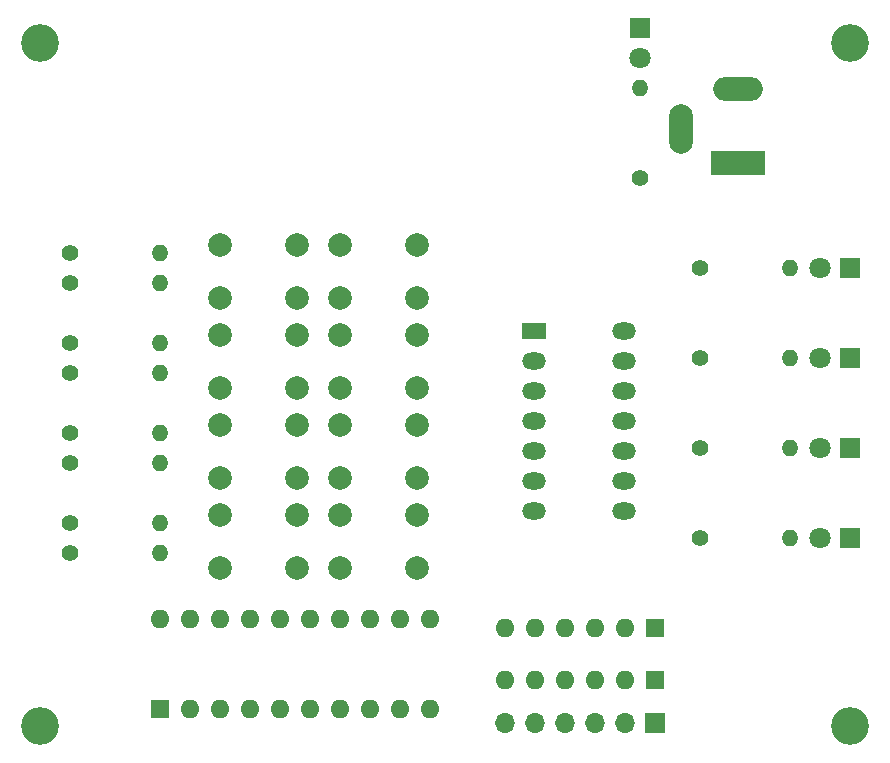
<source format=gts>
G04 #@! TF.GenerationSoftware,KiCad,Pcbnew,8.0.3*
G04 #@! TF.CreationDate,2024-12-06T19:50:04+13:00*
G04 #@! TF.ProjectId,DEC8881_tester,44454338-3838-4315-9f74-65737465722e,rev?*
G04 #@! TF.SameCoordinates,Original*
G04 #@! TF.FileFunction,Soldermask,Top*
G04 #@! TF.FilePolarity,Negative*
%FSLAX46Y46*%
G04 Gerber Fmt 4.6, Leading zero omitted, Abs format (unit mm)*
G04 Created by KiCad (PCBNEW 8.0.3) date 2024-12-06 19:50:04*
%MOMM*%
%LPD*%
G01*
G04 APERTURE LIST*
%ADD10C,1.400000*%
%ADD11O,1.400000X1.400000*%
%ADD12C,2.000000*%
%ADD13R,1.600000X1.600000*%
%ADD14O,1.600000X1.600000*%
%ADD15R,1.800000X1.800000*%
%ADD16C,1.800000*%
%ADD17C,3.200000*%
%ADD18R,2.000000X1.440000*%
%ADD19O,2.000000X1.440000*%
%ADD20R,4.600000X2.000000*%
%ADD21O,4.200000X2.000000*%
%ADD22O,2.000000X4.200000*%
%ADD23R,1.700000X1.700000*%
%ADD24O,1.700000X1.700000*%
G04 APERTURE END LIST*
D10*
X121539000Y-103505000D03*
D11*
X129159000Y-103505000D03*
D12*
X144399000Y-100275000D03*
X150899000Y-100275000D03*
X144399000Y-104775000D03*
X150899000Y-104775000D03*
D10*
X121539000Y-100965000D03*
D11*
X129159000Y-100965000D03*
D10*
X121539000Y-108585000D03*
D11*
X129159000Y-108585000D03*
D12*
X134239000Y-107895000D03*
X140739000Y-107895000D03*
X134239000Y-112395000D03*
X140739000Y-112395000D03*
D13*
X171069000Y-117475000D03*
D14*
X168529000Y-117475000D03*
X165989000Y-117475000D03*
X163449000Y-117475000D03*
X160909000Y-117475000D03*
X158369000Y-117475000D03*
D10*
X121539000Y-93345000D03*
D11*
X129159000Y-93345000D03*
D12*
X134239000Y-85035000D03*
X140739000Y-85035000D03*
X134239000Y-89535000D03*
X140739000Y-89535000D03*
D15*
X187579000Y-86995000D03*
D16*
X185039000Y-86995000D03*
D12*
X144399000Y-92655000D03*
X150899000Y-92655000D03*
X144399000Y-97155000D03*
X150899000Y-97155000D03*
D10*
X121539000Y-88265000D03*
D11*
X129159000Y-88265000D03*
D17*
X118999000Y-125730000D03*
D10*
X174879000Y-102235000D03*
D11*
X182499000Y-102235000D03*
D18*
X160807400Y-92329000D03*
D19*
X160807400Y-94869000D03*
X160807400Y-97409000D03*
X160807400Y-99949000D03*
X160807400Y-102489000D03*
X160807400Y-105029000D03*
X160807400Y-107569000D03*
X168427400Y-107569000D03*
X168427400Y-105029000D03*
X168427400Y-102489000D03*
X168427400Y-99949000D03*
X168427400Y-97409000D03*
X168427400Y-94869000D03*
X168427400Y-92329000D03*
D15*
X187579000Y-109855000D03*
D16*
X185039000Y-109855000D03*
D10*
X174879000Y-109855000D03*
D11*
X182499000Y-109855000D03*
D13*
X171069000Y-121825000D03*
D14*
X168529000Y-121825000D03*
X165989000Y-121825000D03*
X163449000Y-121825000D03*
X160909000Y-121825000D03*
X158369000Y-121825000D03*
D13*
X129159000Y-124333000D03*
D14*
X131699000Y-124333000D03*
X134239000Y-124333000D03*
X136779000Y-124333000D03*
X139319000Y-124333000D03*
X141859000Y-124333000D03*
X144399000Y-124333000D03*
X146939000Y-124333000D03*
X149479000Y-124333000D03*
X152019000Y-124333000D03*
X152019000Y-116713000D03*
X149479000Y-116713000D03*
X146939000Y-116713000D03*
X144399000Y-116713000D03*
X141859000Y-116713000D03*
X139319000Y-116713000D03*
X136779000Y-116713000D03*
X134239000Y-116713000D03*
X131699000Y-116713000D03*
X129159000Y-116713000D03*
D12*
X134239000Y-92655000D03*
X140739000Y-92655000D03*
X134239000Y-97155000D03*
X140739000Y-97155000D03*
D15*
X187579000Y-102235000D03*
D16*
X185039000Y-102235000D03*
D12*
X134239000Y-100275000D03*
X140739000Y-100275000D03*
X134239000Y-104775000D03*
X140739000Y-104775000D03*
D10*
X174879000Y-86995000D03*
D11*
X182499000Y-86995000D03*
D10*
X121539000Y-111125000D03*
D11*
X129159000Y-111125000D03*
D10*
X121539000Y-85725000D03*
D11*
X129159000Y-85725000D03*
D17*
X118999000Y-67945000D03*
X187579000Y-125730000D03*
D15*
X169799000Y-66675000D03*
D16*
X169799000Y-69215000D03*
D15*
X187579000Y-94615000D03*
D16*
X185039000Y-94615000D03*
D12*
X144399000Y-107895000D03*
X150899000Y-107895000D03*
X144399000Y-112395000D03*
X150899000Y-112395000D03*
D17*
X187579000Y-67945000D03*
D10*
X169799000Y-79375000D03*
D11*
X169799000Y-71755000D03*
D10*
X121539000Y-95815000D03*
D11*
X129159000Y-95815000D03*
D20*
X178069000Y-78105000D03*
D21*
X178069000Y-71805000D03*
D22*
X173269000Y-75205000D03*
D23*
X171069000Y-125476000D03*
D24*
X168529000Y-125476000D03*
X165989000Y-125476000D03*
X163449000Y-125476000D03*
X160909000Y-125476000D03*
X158369000Y-125476000D03*
D12*
X144399000Y-85035000D03*
X150899000Y-85035000D03*
X144399000Y-89535000D03*
X150899000Y-89535000D03*
D10*
X174879000Y-94615000D03*
D11*
X182499000Y-94615000D03*
M02*

</source>
